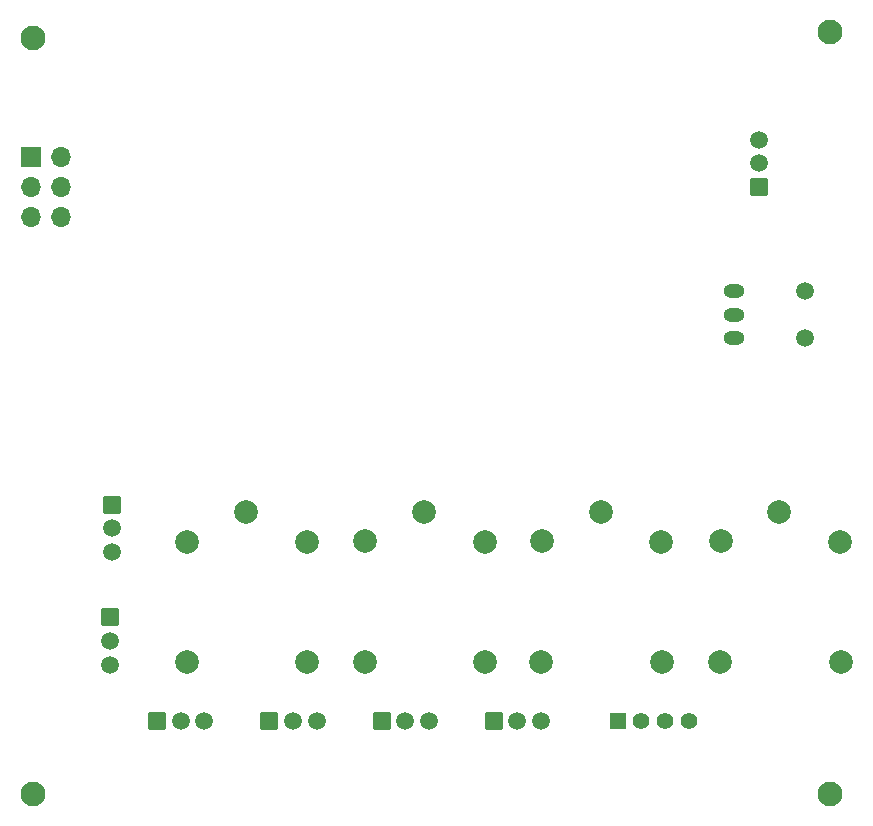
<source format=gbs>
G04 #@! TF.GenerationSoftware,KiCad,Pcbnew,9.0.3*
G04 #@! TF.CreationDate,2025-08-26T10:07:48-04:00*
G04 #@! TF.ProjectId,Water_controller_board,57617465-725f-4636-9f6e-74726f6c6c65,rev?*
G04 #@! TF.SameCoordinates,Original*
G04 #@! TF.FileFunction,Soldermask,Bot*
G04 #@! TF.FilePolarity,Negative*
%FSLAX46Y46*%
G04 Gerber Fmt 4.6, Leading zero omitted, Abs format (unit mm)*
G04 Created by KiCad (PCBNEW 9.0.3) date 2025-08-26 10:07:48*
%MOMM*%
%LPD*%
G01*
G04 APERTURE LIST*
G04 Aperture macros list*
%AMRoundRect*
0 Rectangle with rounded corners*
0 $1 Rounding radius*
0 $2 $3 $4 $5 $6 $7 $8 $9 X,Y pos of 4 corners*
0 Add a 4 corners polygon primitive as box body*
4,1,4,$2,$3,$4,$5,$6,$7,$8,$9,$2,$3,0*
0 Add four circle primitives for the rounded corners*
1,1,$1+$1,$2,$3*
1,1,$1+$1,$4,$5*
1,1,$1+$1,$6,$7*
1,1,$1+$1,$8,$9*
0 Add four rect primitives between the rounded corners*
20,1,$1+$1,$2,$3,$4,$5,0*
20,1,$1+$1,$4,$5,$6,$7,0*
20,1,$1+$1,$6,$7,$8,$9,0*
20,1,$1+$1,$8,$9,$2,$3,0*%
G04 Aperture macros list end*
%ADD10C,2.100000*%
%ADD11C,2.000000*%
%ADD12R,1.700000X1.700000*%
%ADD13O,1.700000X1.700000*%
%ADD14RoundRect,0.102000X-0.654000X0.654000X-0.654000X-0.654000X0.654000X-0.654000X0.654000X0.654000X0*%
%ADD15C,1.512000*%
%ADD16C,1.500000*%
%ADD17O,1.800000X1.200000*%
%ADD18RoundRect,0.102000X-0.654000X-0.654000X0.654000X-0.654000X0.654000X0.654000X-0.654000X0.654000X0*%
%ADD19RoundRect,0.102000X-0.604000X-0.604000X0.604000X-0.604000X0.604000X0.604000X-0.604000X0.604000X0*%
%ADD20C,1.412000*%
%ADD21RoundRect,0.102000X0.654000X-0.654000X0.654000X0.654000X-0.654000X0.654000X-0.654000X-0.654000X0*%
G04 APERTURE END LIST*
D10*
G04 #@! TO.C,REF\u002A\u002A*
X209748954Y-58877900D03*
G04 #@! TD*
G04 #@! TO.C,REF\u002A\u002A*
X142248954Y-59377900D03*
G04 #@! TD*
D11*
G04 #@! TO.C,Rly2*
X170356254Y-101955200D03*
X180490854Y-102006000D03*
X175334654Y-99491400D03*
X170330854Y-112191400D03*
X180516254Y-112191400D03*
G04 #@! TD*
D12*
G04 #@! TO.C,Conn1*
X142083954Y-69422900D03*
D13*
X144623954Y-69422900D03*
X142083954Y-71962900D03*
X144623954Y-71962900D03*
X142083954Y-74502900D03*
X144623954Y-74502900D03*
G04 #@! TD*
D14*
G04 #@! TO.C,Conn4*
X148759656Y-108427900D03*
D15*
X148759656Y-110427900D03*
X148759656Y-112427900D03*
G04 #@! TD*
D16*
G04 #@! TO.C,J1*
X207578954Y-84817900D03*
X207578954Y-80817900D03*
D17*
X201578954Y-80817900D03*
X201578954Y-84817900D03*
X201578954Y-82817900D03*
G04 #@! TD*
D18*
G04 #@! TO.C,Conn7*
X171748954Y-117165400D03*
D15*
X173748954Y-117165400D03*
X175748954Y-117165400D03*
G04 #@! TD*
D18*
G04 #@! TO.C,Conn2*
X152748954Y-117185400D03*
D15*
X154748954Y-117185400D03*
X156748954Y-117185400D03*
G04 #@! TD*
D10*
G04 #@! TO.C,REF\u002A\u002A*
X142248954Y-123377900D03*
G04 #@! TD*
D19*
G04 #@! TO.C,Conn5*
X191732164Y-117177900D03*
D20*
X193732164Y-117177900D03*
X195732164Y-117177900D03*
X197732164Y-117177900D03*
G04 #@! TD*
D18*
G04 #@! TO.C,Conn8*
X181248954Y-117165400D03*
D15*
X183248954Y-117165400D03*
X185248954Y-117165400D03*
G04 #@! TD*
D10*
G04 #@! TO.C,REF\u002A\u002A*
X209748954Y-123377900D03*
G04 #@! TD*
D14*
G04 #@! TO.C,Conn3*
X148898954Y-98877900D03*
D15*
X148898954Y-100877900D03*
X148898954Y-102877900D03*
G04 #@! TD*
D11*
G04 #@! TO.C,Rly3*
X185306254Y-102005200D03*
X195440854Y-102056000D03*
X190284654Y-99541400D03*
X185280854Y-112241400D03*
X195466254Y-112241400D03*
G04 #@! TD*
D21*
G04 #@! TO.C,Conn9*
X203661454Y-71977900D03*
D15*
X203661454Y-69977900D03*
X203661454Y-67977900D03*
G04 #@! TD*
D18*
G04 #@! TO.C,Conn6*
X162248954Y-117177900D03*
D15*
X164248954Y-117177900D03*
X166248954Y-117177900D03*
G04 #@! TD*
D11*
G04 #@! TO.C,Rly1*
X155306254Y-102012276D03*
X165440854Y-102063076D03*
X160284654Y-99548476D03*
X155280854Y-112248476D03*
X165466254Y-112248476D03*
G04 #@! TD*
G04 #@! TO.C,Rly4*
X200448954Y-101997900D03*
X210583554Y-102048700D03*
X205427354Y-99534100D03*
X200423554Y-112234100D03*
X210608954Y-112234100D03*
G04 #@! TD*
M02*

</source>
